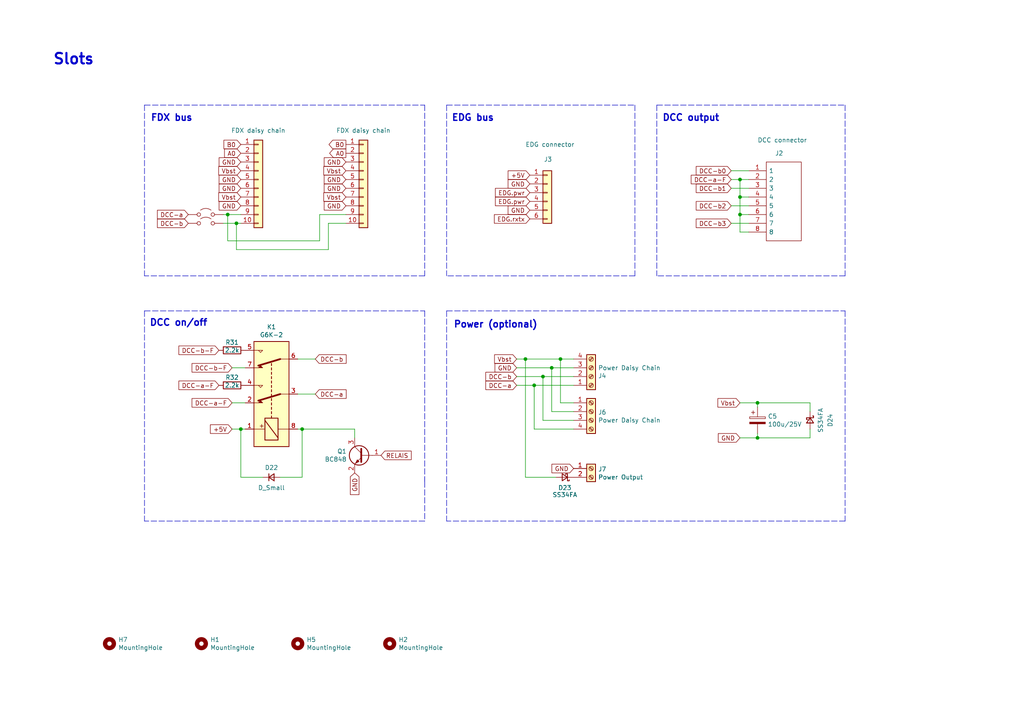
<source format=kicad_sch>
(kicad_sch (version 20250114) (generator "eeschema") (generator_version "9.0")
  (paper "A4")
  (title_block (title "RTB C13 Module") (date "2025-10-14") (rev "3") (company "Frank Schumacher") (comment 1 "Track Sensor"))
  (lib_symbols
    (symbol "Connector:Screw_Terminal_01x02" (pin_names (offset 1.016) (hide yes))
      (property "Reference" "J" (at 0 2.54 0))
      (property "Value" "Screw_Terminal_01x02" (at 0 -5.08 0))
      (symbol "Screw_Terminal_01x02_1_1"
        (rectangle (start -1.27 1.27) (end 1.27 -3.81) (stroke (width 0.254)) (fill (type background)))
        (polyline (pts (xy -0.5334 0.3302) (xy 0.3302 -0.508)) (stroke (width 0.1524)))
        (polyline (pts (xy -0.5334 -2.2098) (xy 0.3302 -3.048)) (stroke (width 0.1524)))
        (polyline (pts (xy -0.3556 0.508) (xy 0.508 -0.3302)) (stroke (width 0.1524)))
        (polyline (pts (xy -0.3556 -2.032) (xy 0.508 -2.8702)) (stroke (width 0.1524)))
        (circle (center 0 0) (radius 0.635) (stroke (width 0.1524)))
        (circle (center 0 -2.54) (radius 0.635) (stroke (width 0.1524)))
        (pin passive line (at -5.08 0 0) (length 3.81) (name "Pin_1") (number "1"))
        (pin passive line (at -5.08 -2.54 0) (length 3.81) (name "Pin_2") (number "2"))
      )
    )
    (symbol "Connector:Screw_Terminal_01x04" (pin_names (offset 1.016) (hide yes))
      (property "Reference" "J" (at 0 5.08 0))
      (property "Value" "Screw_Terminal_01x04" (at 0 -7.62 0))
      (symbol "Screw_Terminal_01x04_1_1"
        (rectangle (start -1.27 3.81) (end 1.27 -6.35) (stroke (width 0.254)) (fill (type background)))
        (polyline (pts (xy -0.5334 2.8702) (xy 0.3302 2.032)) (stroke (width 0.1524)))
        (polyline (pts (xy -0.5334 0.3302) (xy 0.3302 -0.508)) (stroke (width 0.1524)))
        (polyline (pts (xy -0.5334 -2.2098) (xy 0.3302 -3.048)) (stroke (width 0.1524)))
        (polyline (pts (xy -0.5334 -4.7498) (xy 0.3302 -5.588)) (stroke (width 0.1524)))
        (polyline (pts (xy -0.3556 3.048) (xy 0.508 2.2098)) (stroke (width 0.1524)))
        (polyline (pts (xy -0.3556 0.508) (xy 0.508 -0.3302)) (stroke (width 0.1524)))
        (polyline (pts (xy -0.3556 -2.032) (xy 0.508 -2.8702)) (stroke (width 0.1524)))
        (polyline (pts (xy -0.3556 -4.572) (xy 0.508 -5.4102)) (stroke (width 0.1524)))
        (circle (center 0 2.54) (radius 0.635) (stroke (width 0.1524)))
        (circle (center 0 0) (radius 0.635) (stroke (width 0.1524)))
        (circle (center 0 -2.54) (radius 0.635) (stroke (width 0.1524)))
        (circle (center 0 -5.08) (radius 0.635) (stroke (width 0.1524)))
        (pin passive line (at -5.08 2.54 0) (length 3.81) (name "Pin_1") (number "1"))
        (pin passive line (at -5.08 0 0) (length 3.81) (name "Pin_2") (number "2"))
        (pin passive line (at -5.08 -2.54 0) (length 3.81) (name "Pin_3") (number "3"))
        (pin passive line (at -5.08 -5.08 0) (length 3.81) (name "Pin_4") (number "4"))
      )
    )
    (symbol "Connector_Generic:Conn_01x06" (pin_names (offset 1.016) (hide yes))
      (property "Reference" "J" (at 0 7.62 0))
      (property "Value" "Conn_01x06" (at 0 -10.16 0))
      (symbol "Conn_01x06_1_1"
        (rectangle (start -1.27 6.35) (end 1.27 -8.89) (stroke (width 0.254)) (fill (type background)))
        (rectangle (start -1.27 5.207) (end 0 4.953) (stroke (width 0.1524)))
        (rectangle (start -1.27 2.667) (end 0 2.413) (stroke (width 0.1524)))
        (rectangle (start -1.27 0.127) (end 0 -0.127) (stroke (width 0.1524)))
        (rectangle (start -1.27 -2.413) (end 0 -2.667) (stroke (width 0.1524)))
        (rectangle (start -1.27 -4.953) (end 0 -5.207) (stroke (width 0.1524)))
        (rectangle (start -1.27 -7.493) (end 0 -7.747) (stroke (width 0.1524)))
        (pin passive line (at -5.08 5.08 0) (length 3.81) (name "Pin_1") (number "1"))
        (pin passive line (at -5.08 2.54 0) (length 3.81) (name "Pin_2") (number "2"))
        (pin passive line (at -5.08 0 0) (length 3.81) (name "Pin_3") (number "3"))
        (pin passive line (at -5.08 -2.54 0) (length 3.81) (name "Pin_4") (number "4"))
        (pin passive line (at -5.08 -5.08 0) (length 3.81) (name "Pin_5") (number "5"))
        (pin passive line (at -5.08 -7.62 0) (length 3.81) (name "Pin_6") (number "6"))
      )
    )
    (symbol "Connector_Generic:Conn_01x10" (pin_names (offset 1.016) (hide yes))
      (property "Reference" "J" (at 0 12.7 0))
      (property "Value" "Conn_01x10" (at 0 -15.24 0))
      (symbol "Conn_01x10_1_1"
        (rectangle (start -1.27 11.43) (end 1.27 -13.97) (stroke (width 0.254)) (fill (type background)))
        (rectangle (start -1.27 10.287) (end 0 10.033) (stroke (width 0.1524)))
        (rectangle (start -1.27 7.747) (end 0 7.493) (stroke (width 0.1524)))
        (rectangle (start -1.27 5.207) (end 0 4.953) (stroke (width 0.1524)))
        (rectangle (start -1.27 2.667) (end 0 2.413) (stroke (width 0.1524)))
        (rectangle (start -1.27 0.127) (end 0 -0.127) (stroke (width 0.1524)))
        (rectangle (start -1.27 -2.413) (end 0 -2.667) (stroke (width 0.1524)))
        (rectangle (start -1.27 -4.953) (end 0 -5.207) (stroke (width 0.1524)))
        (rectangle (start -1.27 -7.493) (end 0 -7.747) (stroke (width 0.1524)))
        (rectangle (start -1.27 -10.033) (end 0 -10.287) (stroke (width 0.1524)))
        (rectangle (start -1.27 -12.573) (end 0 -12.827) (stroke (width 0.1524)))
        (pin passive line (at -5.08 10.16 0) (length 3.81) (name "Pin_1") (number "1"))
        (pin passive line (at -5.08 7.62 0) (length 3.81) (name "Pin_2") (number "2"))
        (pin passive line (at -5.08 5.08 0) (length 3.81) (name "Pin_3") (number "3"))
        (pin passive line (at -5.08 2.54 0) (length 3.81) (name "Pin_4") (number "4"))
        (pin passive line (at -5.08 0 0) (length 3.81) (name "Pin_5") (number "5"))
        (pin passive line (at -5.08 -2.54 0) (length 3.81) (name "Pin_6") (number "6"))
        (pin passive line (at -5.08 -5.08 0) (length 3.81) (name "Pin_7") (number "7"))
        (pin passive line (at -5.08 -7.62 0) (length 3.81) (name "Pin_8") (number "8"))
        (pin passive line (at -5.08 -10.16 0) (length 3.81) (name "Pin_9") (number "9"))
        (pin passive line (at -5.08 -12.7 0) (length 3.81) (name "Pin_10") (number "10"))
      )
    )
    (symbol "Device:CP" (pin_numbers (hide yes)) (pin_names (offset 0.254))
      (property "Reference" "C" (at 0.635 2.54 0))
      (property "Value" "Device_CP" (at 0.635 -2.54 0))
      (symbol "CP_0_1"
        (rectangle (start -2.286 0.508) (end 2.286 1.016))
        (polyline (pts (xy -1.778 2.286) (xy -0.762 2.286)))
        (polyline (pts (xy -1.27 2.794) (xy -1.27 1.778)))
        (rectangle (start 2.286 -0.508) (end -2.286 -1.016) (fill (type outline)))
      )
      (symbol "CP_1_1"
        (pin passive line (at 0 3.81 270) (length 2.794) (name "~") (number "1"))
        (pin passive line (at 0 -3.81 90) (length 2.794) (name "~") (number "2"))
      )
    )
    (symbol "Device:D_Schottky_Small" (pin_numbers (hide yes)) (pin_names (offset 0.254) (hide yes))
      (property "Reference" "D" (at -1.27 2.032 0))
      (property "Value" "D_Schottky_Small" (at -7.112 -2.032 0))
      (symbol "D_Schottky_Small_0_1"
        (polyline (pts (xy -1.27 0.762) (xy -1.27 1.016) (xy -0.762 1.016) (xy -0.762 -1.016) (xy -0.254 -1.016) (xy -0.254 -0.762)) (stroke (width 0.254)))
        (polyline (pts (xy -0.762 0) (xy 0.762 0)))
        (polyline (pts (xy 0.762 -1.016) (xy -0.762 0) (xy 0.762 1.016) (xy 0.762 -1.016)) (stroke (width 0.254)))
      )
      (symbol "D_Schottky_Small_1_1"
        (pin passive line (at -2.54 0 0) (length 1.778) (name "K") (number "1"))
        (pin passive line (at 2.54 0 180) (length 1.778) (name "A") (number "2"))
      )
    )
    (symbol "Device:D_Small" (pin_numbers (hide yes)) (pin_names (offset 0.254) (hide yes))
      (property "Reference" "D" (at -1.27 2.032 0))
      (property "Value" "D_Small" (at -3.81 -2.032 0))
      (symbol "D_Small_0_1"
        (polyline (pts (xy -0.762 0) (xy 0.762 0)))
        (polyline (pts (xy -0.762 -1.016) (xy -0.762 1.016)) (stroke (width 0.254)))
        (polyline (pts (xy 0.762 -1.016) (xy -0.762 0) (xy 0.762 1.016) (xy 0.762 -1.016)) (stroke (width 0.254)))
      )
      (symbol "D_Small_1_1"
        (pin passive line (at -2.54 0 0) (length 1.778) (name "K") (number "1"))
        (pin passive line (at 2.54 0 180) (length 1.778) (name "A") (number "2"))
      )
    )
    (symbol "Device:R" (pin_numbers (hide yes)) (pin_names (offset 0))
      (property "Reference" "R" (at 2.032 0 90))
      (property "Value" "R" (at 0 0 90))
      (symbol "R_0_1"
        (rectangle (start -1.016 -2.54) (end 1.016 2.54) (stroke (width 0.254)))
      )
      (symbol "R_1_1"
        (pin passive line (at 0 3.81 270) (length 1.27) (name "~") (number "1"))
        (pin passive line (at 0 -3.81 90) (length 1.27) (name "~") (number "2"))
      )
    )
    (symbol "Jumper:Jumper_2_Open" (pin_numbers (hide yes)) (pin_names (offset 0) (hide yes))
      (property "Reference" "JP" (at 0 2.794 0))
      (property "Value" "Jumper_2_Open" (at 0 -2.286 0))
      (symbol "Jumper_2_Open_0_0"
        (circle (center -2.032 0) (radius 0.508))
        (circle (center 2.032 0) (radius 0.508))
      )
      (symbol "Jumper_2_Open_0_1"
        (arc (start -1.524 1.27) (mid 0 1.778) (end 1.524 1.27))
      )
      (symbol "Jumper_2_Open_1_1"
        (pin passive line (at -5.08 0 0) (length 2.54) (name "A") (number "1"))
        (pin passive line (at 5.08 0 180) (length 2.54) (name "B") (number "2"))
      )
    )
    (symbol "Mechanical:MountingHole" (pin_names (offset 1.016)) (in_bom no)
      (property "Reference" "H" (at 0 5.08 0))
      (property "Value" "MountingHole" (at 0 3.175 0))
      (symbol "MountingHole_0_1"
        (circle (center 0 0) (radius 1.27) (stroke (width 1.27)))
      )
    )
    (symbol "RTB:1725711" (pin_names (offset 0.762))
      (property "Reference" "J" (at 16.51 7.62 0))
      (property "Value" "1725711" (at 16.51 5.08 0))
      (symbol "1725711_0_0"
        (pin passive line (at 0 0 0) (length 5.08) (name "1") (number "1"))
        (pin passive line (at 0 -2.54 0) (length 5.08) (name "2") (number "2"))
        (pin passive line (at 0 -5.08 0) (length 5.08) (name "3") (number "3"))
        (pin passive line (at 0 -7.62 0) (length 5.08) (name "4") (number "4"))
        (pin passive line (at 0 -10.16 0) (length 5.08) (name "5") (number "5"))
        (pin passive line (at 0 -12.7 0) (length 5.08) (name "6") (number "6"))
        (pin passive line (at 0 -15.24 0) (length 5.08) (name "7") (number "7"))
        (pin passive line (at 0 -17.78 0) (length 5.08) (name "8") (number "8"))
      )
      (symbol "1725711_0_1"
        (polyline (pts (xy 5.08 2.54) (xy 15.24 2.54) (xy 15.24 -20.32) (xy 5.08 -20.32) (xy 5.08 2.54)) (stroke (width 0.1524)))
      )
    )
    (symbol "Relay:G6K-2"
      (property "Reference" "K" (at 16.51 3.81 0))
      (property "Value" "G6K-2" (at 16.51 1.27 0))
      (symbol "G6K-2_0_0"
        (text "+" (at -9.271 2.921 0) (effects (font (size 1.27 1.27))))
      )
      (symbol "G6K-2_0_1"
        (rectangle (start -15.24 5.08) (end 15.24 -5.08) (stroke (width 0.254)) (fill (type background)))
        (rectangle (start -13.335 1.905) (end -6.985 -1.905) (stroke (width 0.254)))
        (polyline (pts (xy -12.7 -1.905) (xy -7.62 1.905)) (stroke (width 0.254)))
        (polyline (pts (xy -10.16 5.08) (xy -10.16 1.905)))
        (polyline (pts (xy -10.16 -5.08) (xy -10.16 -1.905)))
        (polyline (pts (xy -6.985 0) (xy -6.35 0)) (stroke (width 0.254)))
        (polyline (pts (xy -5.715 0) (xy -5.08 0)) (stroke (width 0.254)))
        (polyline (pts (xy -4.445 0) (xy -3.81 0)) (stroke (width 0.254)))
        (polyline (pts (xy -3.175 0) (xy -2.54 0)) (stroke (width 0.254)))
        (polyline (pts (xy -2.54 5.08) (xy -2.54 2.54) (xy -1.905 3.175) (xy -2.54 3.81)) (fill (type outline)))
        (polyline (pts (xy -1.905 0) (xy -1.27 0)) (stroke (width 0.254)))
        (polyline (pts (xy -0.635 0) (xy 0 0)) (stroke (width 0.254)))
        (polyline (pts (xy 0 -2.54) (xy -1.905 3.81)) (stroke (width 0.508)))
        (polyline (pts (xy 0 -2.54) (xy 0 -5.08)))
        (polyline (pts (xy 0.635 0) (xy 1.27 0)) (stroke (width 0.254)))
        (polyline (pts (xy 1.905 0) (xy 2.54 0)) (stroke (width 0.254)))
        (polyline (pts (xy 2.54 5.08) (xy 2.54 2.54) (xy 1.905 3.175) (xy 2.54 3.81)))
        (polyline (pts (xy 3.175 0) (xy 3.81 0)) (stroke (width 0.254)))
        (polyline (pts (xy 4.445 0) (xy 5.08 0)) (stroke (width 0.254)))
        (polyline (pts (xy 5.715 0) (xy 6.35 0)) (stroke (width 0.254)))
        (polyline (pts (xy 6.985 0) (xy 7.62 0)) (stroke (width 0.254)))
        (polyline (pts (xy 7.62 5.08) (xy 7.62 2.54) (xy 8.255 3.175) (xy 7.62 3.81)) (fill (type outline)))
        (polyline (pts (xy 8.255 0) (xy 8.89 0)) (stroke (width 0.254)))
        (polyline (pts (xy 10.16 -2.54) (xy 8.255 3.81)) (stroke (width 0.508)))
        (polyline (pts (xy 10.16 -2.54) (xy 10.16 -5.08)))
        (polyline (pts (xy 12.7 5.08) (xy 12.7 2.54) (xy 12.065 3.175) (xy 12.7 3.81)))
      )
      (symbol "G6K-2_1_1"
        (pin passive line (at -10.16 7.62 270) (length 2.54) (name "~") (number "1"))
        (pin passive line (at -10.16 -7.62 90) (length 2.54) (name "~") (number "8"))
        (pin passive line (at -2.54 7.62 270) (length 2.54) (name "~") (number "2"))
        (pin passive line (at 0 -7.62 90) (length 2.54) (name "~") (number "3"))
        (pin passive line (at 2.54 7.62 270) (length 2.54) (name "~") (number "4"))
        (pin passive line (at 7.62 7.62 270) (length 2.54) (name "~") (number "7"))
        (pin passive line (at 10.16 -7.62 90) (length 2.54) (name "~") (number "6"))
        (pin passive line (at 12.7 7.62 270) (length 2.54) (name "~") (number "5"))
      )
    )
    (symbol "Transistor_BJT:BC848W" (pin_names (offset 0) (hide yes))
      (property "Reference" "Q" (at 5.08 1.905 0))
      (property "Value" "BC848W" (at 5.08 0 0))
      (symbol "BC848W_0_1"
        (polyline (pts (xy -2.54 0) (xy 0.635 0)))
        (polyline (pts (xy 0.635 1.905) (xy 0.635 -1.905)) (stroke (width 0.508)))
        (circle (center 1.27 0) (radius 2.8194) (stroke (width 0.254)))
      )
      (symbol "BC848W_1_1"
        (polyline (pts (xy 0.635 0.635) (xy 2.54 2.54)))
        (polyline (pts (xy 0.635 -0.635) (xy 2.54 -2.54)))
        (polyline (pts (xy 1.27 -1.778) (xy 1.778 -1.27) (xy 2.286 -2.286) (xy 1.27 -1.778)) (fill (type outline)))
        (pin input line (at -5.08 0 0) (length 2.54) (name "B") (number "1"))
        (pin passive line (at 2.54 5.08 270) (length 2.54) (name "C") (number "3"))
        (pin passive line (at 2.54 -5.08 90) (length 2.54) (name "E") (number "2"))
      )
    )
  )
  (text "Power (optional)" (at 143.764 94.234 0) (effects (font (size 1.905 1.905) (thickness 0.381) (bold yes))))
  (text "EDG bus" (at 137.16 34.29 0) (effects (font (size 1.905 1.905) (thickness 0.381) (bold yes))))
  (text "DCC output" (at 200.406 34.29 0) (effects (font (size 1.905 1.905) (thickness 0.381) (bold yes))))
  (text "FDX bus" (at 49.784 34.29 0) (effects (font (size 1.905 1.905) (thickness 0.381) (bold yes))))
  (text "Slots" (at 15.24 19.05 0) (effects (font (size 3.048 3.048) (thickness 0.5994) (bold yes)) (justify left bottom)))
  (text "DCC on/off" (at 51.816 93.726 0) (effects (font (size 1.905 1.905) (thickness 0.381) (bold yes))))
  (junction (at 157.48 109.22))
  (junction (at 219.71 127))
  (junction (at 219.71 116.84))
  (junction (at 66.04 62.23))
  (junction (at 160.02 106.68))
  (junction (at 162.56 104.14))
  (junction (at 214.63 57.15))
  (junction (at 214.63 62.23))
  (junction (at 152.4 104.14))
  (junction (at 87.63 124.46))
  (junction (at 69.85 124.46))
  (junction (at 154.94 111.76))
  (junction (at 68.58 64.77))
  (junction (at 214.63 52.07))
  (wire (pts (xy 162.56 116.84) (xy 166.37 116.84)))
  (wire (pts (xy 69.85 124.46) (xy 71.12 124.46)))
  (wire (pts (xy 149.86 111.76) (xy 154.94 111.76)))
  (wire (pts (xy 67.31 106.68) (xy 71.12 106.68)))
  (wire (pts (xy 87.63 124.46) (xy 102.87 124.46)))
  (polyline (pts (xy 245.11 30.48) (xy 245.11 80.01)) (stroke (width 0) (type dash)))
  (wire (pts (xy 92.71 62.23) (xy 100.33 62.23)))
  (polyline (pts (xy 123.19 30.48) (xy 123.19 80.01)) (stroke (width 0) (type dash)))
  (wire (pts (xy 69.85 138.43) (xy 76.2 138.43)))
  (wire (pts (xy 160.02 119.38) (xy 166.37 119.38)))
  (wire (pts (xy 214.63 52.07) (xy 217.17 52.07)))
  (wire (pts (xy 87.63 138.43) (xy 87.63 124.46)))
  (wire (pts (xy 234.95 116.84) (xy 234.95 119.38)))
  (wire (pts (xy 64.77 62.23) (xy 66.04 62.23)))
  (polyline (pts (xy 123.19 138.43) (xy 123.19 139.7)) (stroke (width 0) (type dash)))
  (polyline (pts (xy 123.19 151.13) (xy 41.91 151.13)) (stroke (width 0) (type dash)))
  (polyline (pts (xy 129.54 30.48) (xy 184.15 30.48)) (stroke (width 0) (type dash)))
  (wire (pts (xy 157.48 121.92) (xy 166.37 121.92)))
  (wire (pts (xy 152.4 104.14) (xy 162.56 104.14)))
  (wire (pts (xy 160.02 106.68) (xy 166.37 106.68)))
  (wire (pts (xy 219.71 116.84) (xy 234.95 116.84)))
  (polyline (pts (xy 184.15 30.48) (xy 184.15 80.01)) (stroke (width 0) (type dash)))
  (polyline (pts (xy 123.19 138.43) (xy 123.19 139.7)) (stroke (width 0) (type dash)))
  (wire (pts (xy 162.56 116.84) (xy 162.56 104.14)))
  (polyline (pts (xy 190.5 30.48) (xy 245.11 30.48)) (stroke (width 0) (type dash)))
  (wire (pts (xy 68.58 64.77) (xy 69.85 64.77)))
  (wire (pts (xy 219.71 127) (xy 219.71 125.73)))
  (wire (pts (xy 214.63 127) (xy 219.71 127)))
  (wire (pts (xy 214.63 62.23) (xy 217.17 62.23)))
  (wire (pts (xy 95.25 64.77) (xy 100.33 64.77)))
  (wire (pts (xy 66.04 62.23) (xy 69.85 62.23)))
  (wire (pts (xy 234.95 127) (xy 219.71 127)))
  (wire (pts (xy 92.71 69.85) (xy 92.71 62.23)))
  (polyline (pts (xy 245.11 151.13) (xy 129.54 151.13)) (stroke (width 0) (type dash)))
  (wire (pts (xy 154.94 111.76) (xy 166.37 111.76)))
  (wire (pts (xy 69.85 124.46) (xy 69.85 138.43)))
  (wire (pts (xy 162.56 104.14) (xy 166.37 104.14)))
  (polyline (pts (xy 123.19 90.17) (xy 123.19 139.7)) (stroke (width 0) (type dash)))
  (polyline (pts (xy 123.19 139.7) (xy 123.19 151.13)) (stroke (width 0) (type dash)))
  (wire (pts (xy 214.63 62.23) (xy 214.63 67.31)))
  (wire (pts (xy 68.58 72.39) (xy 95.25 72.39)))
  (polyline (pts (xy 184.15 80.01) (xy 129.54 80.01)) (stroke (width 0) (type dash)))
  (polyline (pts (xy 41.91 90.17) (xy 41.91 151.13)) (stroke (width 0) (type dash)))
  (wire (pts (xy 68.58 64.77) (xy 68.58 72.39)))
  (wire (pts (xy 217.17 49.53) (xy 212.09 49.53)))
  (wire (pts (xy 149.86 106.68) (xy 160.02 106.68)))
  (wire (pts (xy 149.86 104.14) (xy 152.4 104.14)))
  (wire (pts (xy 160.02 119.38) (xy 160.02 106.68)))
  (wire (pts (xy 67.31 124.46) (xy 69.85 124.46)))
  (wire (pts (xy 66.04 62.23) (xy 66.04 69.85)))
  (wire (pts (xy 95.25 72.39) (xy 95.25 64.77)))
  (wire (pts (xy 152.4 138.43) (xy 161.29 138.43)))
  (wire (pts (xy 149.86 109.22) (xy 157.48 109.22)))
  (wire (pts (xy 214.63 116.84) (xy 219.71 116.84)))
  (polyline (pts (xy 41.91 90.17) (xy 123.19 90.17)) (stroke (width 0) (type dash)))
  (wire (pts (xy 157.48 121.92) (xy 157.48 109.22)))
  (wire (pts (xy 214.63 67.31) (xy 217.17 67.31)))
  (wire (pts (xy 234.95 124.46) (xy 234.95 127)))
  (polyline (pts (xy 245.11 80.01) (xy 190.5 80.01)) (stroke (width 0) (type dash)))
  (polyline (pts (xy 245.11 90.17) (xy 245.11 151.13)) (stroke (width 0) (type dash)))
  (wire (pts (xy 66.04 69.85) (xy 92.71 69.85)))
  (polyline (pts (xy 129.54 30.48) (xy 129.54 80.01)) (stroke (width 0) (type dash)))
  (wire (pts (xy 214.63 57.15) (xy 217.17 57.15)))
  (wire (pts (xy 214.63 57.15) (xy 214.63 62.23)))
  (polyline (pts (xy 123.19 80.01) (xy 41.91 80.01)) (stroke (width 0) (type dash)))
  (wire (pts (xy 64.77 64.77) (xy 68.58 64.77)))
  (wire (pts (xy 212.09 52.07) (xy 214.63 52.07)))
  (wire (pts (xy 214.63 52.07) (xy 214.63 57.15)))
  (wire (pts (xy 86.36 104.14) (xy 91.44 104.14)))
  (wire (pts (xy 86.36 114.3) (xy 91.44 114.3)))
  (wire (pts (xy 154.94 124.46) (xy 166.37 124.46)))
  (polyline (pts (xy 129.54 90.17) (xy 245.11 90.17)) (stroke (width 0) (type dash)))
  (wire (pts (xy 152.4 138.43) (xy 152.4 104.14)))
  (wire (pts (xy 154.94 124.46) (xy 154.94 111.76)))
  (polyline (pts (xy 41.91 30.48) (xy 41.91 80.01)) (stroke (width 0) (type dash)))
  (wire (pts (xy 217.17 54.61) (xy 212.09 54.61)))
  (wire (pts (xy 102.87 124.46) (xy 102.87 127)))
  (wire (pts (xy 157.48 109.22) (xy 166.37 109.22)))
  (wire (pts (xy 81.28 138.43) (xy 87.63 138.43)))
  (polyline (pts (xy 41.91 30.48) (xy 123.19 30.48)) (stroke (width 0) (type dash)))
  (wire (pts (xy 217.17 64.77) (xy 212.09 64.77)))
  (polyline (pts (xy 129.54 90.17) (xy 129.54 151.13)) (stroke (width 0) (type dash)))
  (wire (pts (xy 219.71 116.84) (xy 219.71 118.11)))
  (wire (pts (xy 67.31 116.84) (xy 71.12 116.84)))
  (polyline (pts (xy 190.5 30.48) (xy 190.5 80.01)) (stroke (width 0) (type dash)))
  (wire (pts (xy 217.17 59.69) (xy 212.09 59.69)))
  (wire (pts (xy 87.63 124.46) (xy 86.36 124.46)))
  (global_label "Vbst" (shape input) (at 100.33 49.53 180) (property "Intersheetrefs" "${INTERSHEET_REFS}" (effects (hide yes))))
  (global_label "GND" (shape input) (at 214.63 127 180) (property "Intersheetrefs" "${INTERSHEET_REFS}" (effects (hide yes))))
  (global_label "DCC-b" (shape input) (at 91.44 104.14 0) (property "Intersheetrefs" "${INTERSHEET_REFS}" (effects (hide yes))))
  (global_label "Vbst" (shape input) (at 69.85 49.53 180) (property "Intersheetrefs" "${INTERSHEET_REFS}" (effects (hide yes))))
  (global_label "DCC-a" (shape input) (at 149.86 111.76 180) (property "Intersheetrefs" "${INTERSHEET_REFS}" (effects (hide yes))))
  (global_label "Vbst" (shape input) (at 149.86 104.14 180) (property "Intersheetrefs" "${INTERSHEET_REFS}" (effects (hide yes))))
  (global_label "B0" (shape input) (at 69.85 41.91 180) (property "Intersheetrefs" "${INTERSHEET_REFS}" (effects (hide yes))))
  (global_label "GND" (shape input) (at 100.33 52.07 180) (property "Intersheetrefs" "${INTERSHEET_REFS}" (effects (hide yes))))
  (global_label "DCC-b-F" (shape input) (at 67.31 106.68 180) (property "Intersheetrefs" "${INTERSHEET_REFS}" (effects (hide yes))))
  (global_label "B0" (shape output) (at 100.33 41.91 180) (property "Intersheetrefs" "${INTERSHEET_REFS}" (effects (hide yes))))
  (global_label "DCC-a-F" (shape input) (at 63.5 111.76 180) (property "Intersheetrefs" "${INTERSHEET_REFS}" (effects (hide yes))))
  (global_label "EDG.rxtx" (shape input) (at 153.67 63.5 180) (property "Intersheetrefs" "${INTERSHEET_REFS}" (effects (hide yes))))
  (global_label "GND" (shape input) (at 153.67 53.34 180) (property "Intersheetrefs" "${INTERSHEET_REFS}" (effects (hide yes))))
  (global_label "GND" (shape input) (at 100.33 59.69 180) (property "Intersheetrefs" "${INTERSHEET_REFS}" (effects (hide yes))))
  (global_label "DCC-a-F" (shape input) (at 67.31 116.84 180) (property "Intersheetrefs" "${INTERSHEET_REFS}" (effects (hide yes))))
  (global_label "DCC-a" (shape input) (at 54.61 62.23 180) (property "Intersheetrefs" "${INTERSHEET_REFS}" (effects (hide yes))))
  (global_label "A0" (shape output) (at 100.33 44.45 180) (property "Intersheetrefs" "${INTERSHEET_REFS}" (effects (hide yes))))
  (global_label "Vbst" (shape input) (at 69.85 57.15 180) (property "Intersheetrefs" "${INTERSHEET_REFS}" (effects (hide yes))))
  (global_label "DCC-b0" (shape input) (at 212.09 49.53 180) (property "Intersheetrefs" "${INTERSHEET_REFS}" (effects (hide yes))))
  (global_label "Vbst" (shape input) (at 214.63 116.84 180) (property "Intersheetrefs" "${INTERSHEET_REFS}" (effects (hide yes))))
  (global_label "A0" (shape input) (at 69.85 44.45 180) (property "Intersheetrefs" "${INTERSHEET_REFS}" (effects (hide yes))))
  (global_label "DCC-a" (shape input) (at 91.44 114.3 0) (property "Intersheetrefs" "${INTERSHEET_REFS}" (effects (hide yes))))
  (global_label "+5V" (shape input) (at 153.67 50.8 180) (property "Intersheetrefs" "${INTERSHEET_REFS}" (effects (hide yes))))
  (global_label "DCC-b3" (shape input) (at 212.09 64.77 180) (property "Intersheetrefs" "${INTERSHEET_REFS}" (effects (hide yes))))
  (global_label "DCC-b-F" (shape input) (at 63.5 101.6 180) (property "Intersheetrefs" "${INTERSHEET_REFS}" (effects (hide yes))))
  (global_label "GND" (shape input) (at 69.85 46.99 180) (property "Intersheetrefs" "${INTERSHEET_REFS}" (effects (hide yes))))
  (global_label "GND" (shape input) (at 149.86 106.68 180) (property "Intersheetrefs" "${INTERSHEET_REFS}" (effects (hide yes))))
  (global_label "DCC-b" (shape input) (at 149.86 109.22 180) (property "Intersheetrefs" "${INTERSHEET_REFS}" (effects (hide yes))))
  (global_label "DCC-a-F" (shape input) (at 212.09 52.07 180) (property "Intersheetrefs" "${INTERSHEET_REFS}" (effects (hide yes))))
  (global_label "+5V" (shape input) (at 67.31 124.46 180) (property "Intersheetrefs" "${INTERSHEET_REFS}" (effects (hide yes))))
  (global_label "GND" (shape input) (at 69.85 54.61 180) (property "Intersheetrefs" "${INTERSHEET_REFS}" (effects (hide yes))))
  (global_label "EDG.pwr" (shape input) (at 153.67 55.88 180) (property "Intersheetrefs" "${INTERSHEET_REFS}" (effects (hide yes))))
  (global_label "DCC-b" (shape input) (at 54.61 64.77 180) (property "Intersheetrefs" "${INTERSHEET_REFS}" (effects (hide yes))))
  (global_label "DCC-b1" (shape input) (at 212.09 54.61 180) (property "Intersheetrefs" "${INTERSHEET_REFS}" (effects (hide yes))))
  (global_label "Vbst" (shape input) (at 100.33 57.15 180) (property "Intersheetrefs" "${INTERSHEET_REFS}" (effects (hide yes))))
  (global_label "GND" (shape input) (at 100.33 54.61 180) (property "Intersheetrefs" "${INTERSHEET_REFS}" (effects (hide yes))))
  (global_label "GND" (shape input) (at 166.37 135.89 180) (property "Intersheetrefs" "${INTERSHEET_REFS}" (effects (hide yes))))
  (global_label "GND" (shape input) (at 102.87 137.16 270) (property "Intersheetrefs" "${INTERSHEET_REFS}" (effects (hide yes))))
  (global_label "GND" (shape input) (at 100.33 46.99 180) (property "Intersheetrefs" "${INTERSHEET_REFS}" (effects (hide yes))))
  (global_label "GND" (shape input) (at 153.67 60.96 180) (property "Intersheetrefs" "${INTERSHEET_REFS}" (effects (hide yes))))
  (global_label "DCC-b2" (shape input) (at 212.09 59.69 180) (property "Intersheetrefs" "${INTERSHEET_REFS}" (effects (hide yes))))
  (global_label "EDG.pwr" (shape input) (at 153.67 58.42 180) (property "Intersheetrefs" "${INTERSHEET_REFS}" (effects (hide yes))))
  (global_label "GND" (shape input) (at 69.85 52.07 180) (property "Intersheetrefs" "${INTERSHEET_REFS}" (effects (hide yes))))
  (global_label "RELAIS" (shape input) (at 110.49 132.08 0) (property "Intersheetrefs" "${INTERSHEET_REFS}" (effects (hide yes))))
  (global_label "GND" (shape input) (at 69.85 59.69 180) (property "Intersheetrefs" "${INTERSHEET_REFS}" (effects (hide yes))))
  (symbol (lib_id "Connector_Generic:Conn_01x10") (at 74.93 52.07 0) (unit 1) (in_bom no)
    (property "Reference" "C.0.0" (effects (hide yes)))
    (property "Value" "FDX daisy chain" (at 74.93 37.846 0))
    (property "Footprint" "Connector_IDC:IDC-Header_2x05_P2.54mm_Vertical" (effects (hide yes)))
  )
  (symbol (lib_id "Mechanical:MountingHole") (at 58.42 186.69 0) (unit 1) (in_bom no)
    (property "Reference" "H1" (at 60.96 185.5216 0) (effects (justify left)))
    (property "Value" "MountingHole" (at 60.96 187.833 0) (effects (justify left)))
    (property "Footprint" "MountingHole:MountingHole_3.2mm_M3_ISO7380_Pad" (effects (hide yes)))
  )
  (symbol (lib_id "Mechanical:MountingHole") (at 113.03 186.69 0) (unit 1) (in_bom no)
    (property "Reference" "H2" (at 115.57 185.5216 0) (effects (justify left)))
    (property "Value" "MountingHole" (at 115.57 187.833 0) (effects (justify left)))
    (property "Footprint" "MountingHole:MountingHole_3.2mm_M3_ISO7380_Pad" (effects (hide yes)))
  )
  (symbol (lib_id "Mechanical:MountingHole") (at 31.75 186.69 0) (unit 1) (in_bom no)
    (property "Reference" "H7" (at 34.29 185.5216 0) (effects (justify left)))
    (property "Value" "MountingHole" (at 34.29 187.833 0) (effects (justify left)))
    (property "Footprint" "MountingHole:MountingHole_3.2mm_M3_ISO7380_Pad" (effects (hide yes)))
  )
  (symbol (lib_id "Mechanical:MountingHole") (at 86.36 186.69 0) (unit 1) (in_bom no)
    (property "Reference" "H5" (at 88.9 185.5216 0) (effects (justify left)))
    (property "Value" "MountingHole" (at 88.9 187.833 0) (effects (justify left)))
    (property "Footprint" "MountingHole:MountingHole_3.2mm_M3_ISO7380_Pad" (effects (hide yes)))
  )
  (symbol (lib_id "RTB:1725711") (at 217.17 49.53 0) (unit 1) (in_bom no)
    (property "Reference" "J2" (at 224.79 44.45 0) (effects (justify left)))
    (property "Value" "DCC connector" (at 219.71 40.64 0) (effects (justify left)))
    (property "Footprint" "RTB:1725711" (effects (hide yes)))
  )
  (symbol (lib_id "Connector_Generic:Conn_01x06") (at 158.75 55.88 0) (unit 1) (in_bom no)
    (property "Reference" "J3" (at 157.734 46.228 0) (effects (justify left)))
    (property "Value" "EDG connector" (at 152.4 41.91 0) (effects (justify left)))
    (property "Footprint" "Connector_IDC:IDC-Header_2x03_P2.54mm_Vertical" (effects (hide yes)))
  )
  (symbol (lib_id "Relay:G6K-2") (at 78.74 114.3 90) (unit 1) (in_bom no)
    (property "Reference" "K1" (at 78.74 94.8182 90))
    (property "Value" "G6K-2" (at 78.74 97.1296 90))
    (property "Footprint" "Relay_SMD:Relay_DPDT_Omron_G6K-2F-Y" (effects (hide yes)))
    (property "Datasheet" "http://omronfs.omron.com/en_US/ecb/products/pdf/en-g6k.pdf" (effects (hide yes)))
  )
  (symbol (lib_id "Device:CP") (at 219.71 121.92 0) (unit 1) (in_bom no)
    (property "Reference" "C5" (at 222.7072 120.7516 0) (effects (justify left)))
    (property "Value" "100u/25V" (at 222.7072 123.063 0) (effects (justify left)))
    (property "Footprint" "Capacitor_THT:CP_Radial_D6.3mm_P2.50mm" (effects (hide yes)))
  )
  (symbol (lib_id "Device:D_Schottky_Small") (at 163.83 138.43 180) (unit 1)
    (property "Reference" "D23" (at 163.83 141.478 0))
    (property "Value" "SS34FA" (at 163.83 143.51 0))
    (property "Footprint" "Diode_SMD:D_SOD-123F" (effects (hide yes)))
    (property "Description" "-55℃~+125℃ 3A 40V 500uA@40V 550mV@3A 80A SOD-123F Schottky Diodes ROHS" (effects (hide yes)))
    (property "LCSC Part #" "C84632" (effects (hide yes)))
  )
  (symbol (lib_id "Device:D_Schottky_Small") (at 234.95 121.92 270) (unit 1)
    (property "Reference" "D24" (at 240.792 121.92 0))
    (property "Value" "SS34FA" (at 237.998 121.92 0))
    (property "Footprint" "Diode_SMD:D_SOD-123F" (effects (hide yes)))
    (property "Description" "-55℃~+125℃ 3A 40V 500uA@40V 550mV@3A 80A SOD-123F Schottky Diodes ROHS" (effects (hide yes)))
    (property "LCSC Part #" "C84632" (effects (hide yes)))
  )
  (symbol (lib_id "Device:D_Small") (at 78.74 138.43 0) (unit 1)
    (property "Reference" "D22" (at 78.74 135.636 0))
    (property "Value" "D_Small" (at 78.74 141.478 0))
    (property "Footprint" "Diode_SMD:D_SOD-323" (effects (hide yes)))
    (property "Description" "1A 25A 40V 600mV@1A SOD-323 Schottky Diodes ROHS" (effects (hide yes)))
    (property "LCSC Part #" "C191023" (effects (hide yes)))
  )
  (symbol (lib_id "Transistor_BJT:BC848W") (at 105.41 132.08 0) (mirror y) (unit 1)
    (property "Reference" "Q1" (at 100.5586 130.9116 0) (effects (justify left)))
    (property "Value" "BC848" (at 100.5586 133.223 0) (effects (justify left)))
    (property "Footprint" "Package_TO_SOT_SMD:SOT-323_SC-70" (effects (hide yes)))
    (property "Datasheet" "http://www.infineon.com/dgdl/Infineon-BC847SERIES_BC848SERIES_BC849SERIES_BC850SERIES-DS-v01_01-en.pdf?fileId=db3a304314dca389011541d4630a1657" (effects (hide yes)))
    (property "Description" "-65℃~+150℃ 100mA 100nA 200@2mA,5V 200MHz 200mW 250mV 30V NPN SOT-323 Bipolar (BJT) ROHS" (effects (hide yes)))
    (property "LCSC Part #" "C600677" (effects (hide yes)))
  )
  (symbol (lib_id "Connector_Generic:Conn_01x10") (at 105.41 52.07 0) (unit 1) (in_bom no)
    (property "Reference" "C.0.1" (effects (hide yes)))
    (property "Value" "FDX daisy chain" (at 105.41 37.846 0))
    (property "Footprint" "Connector_IDC:IDC-Header_2x05_P2.54mm_Vertical" (effects (hide yes)))
  )
  (symbol (lib_id "Connector:Screw_Terminal_01x04") (at 171.45 109.22 0) (mirror x) (unit 1) (in_bom no)
    (property "Reference" "J4" (at 173.482 109.0168 0) (effects (justify left)))
    (property "Value" "Power Daisy Chain" (at 173.482 106.7054 0) (effects (justify left)))
    (property "Footprint" "RTB:1725672" (effects (hide yes)))
  )
  (symbol (lib_id "Connector:Screw_Terminal_01x04") (at 171.45 119.38 0) (unit 1) (in_bom no)
    (property "Reference" "J6" (at 173.482 119.5832 0) (effects (justify left)))
    (property "Value" "Power Daisy Chain" (at 173.482 121.8946 0) (effects (justify left)))
    (property "Footprint" "RTB:1725672" (effects (hide yes)))
  )
  (symbol (lib_id "Jumper:Jumper_2_Open") (at 59.69 62.23 0) (mirror y) (unit 1) (in_bom no)
    (property "Reference" "JP3" (effects (hide yes)))
    (property "Value" "Jumper_2_Open" (effects (hide yes)))
    (property "Footprint" "Connector_PinHeader_2.54mm:PinHeader_1x02_P2.54mm_Vertical" (effects (hide yes)))
    (instances (project "" (path "" (reference "JP?") (unit 1)) (path "" (reference "JP3") (unit 1))))
  )
  (symbol (lib_id "Jumper:Jumper_2_Open") (at 59.69 64.77 0) (mirror y) (unit 1) (in_bom no)
    (property "Reference" "JP4" (effects (hide yes)))
    (property "Value" "Jumper_2_Open" (effects (hide yes)))
    (property "Footprint" "Connector_PinHeader_2.54mm:PinHeader_1x02_P2.54mm_Vertical" (effects (hide yes)))
    (instances (project "" (path "" (reference "JP?") (unit 1)) (path "" (reference "JP4") (unit 1))))
  )
  (symbol (lib_id "Connector:Screw_Terminal_01x02") (at 171.45 135.89 0) (unit 1) (in_bom no)
    (property "Reference" "J7" (at 173.482 136.0932 0) (effects (justify left)))
    (property "Value" "Power Output" (at 173.482 138.4046 0) (effects (justify left)))
    (property "Footprint" "RTB:1725656" (effects (hide yes)))
  )
  (symbol (lib_id "Device:R") (at 67.31 101.6 270) (unit 1)
    (property "Reference" "R31" (at 67.31 99.314 90))
    (property "Value" "2.2k" (at 67.31 101.6 90))
    (property "Footprint" "Resistor_SMD:R_0603_1608Metric" (effects (hide yes)))
    (property "Description" "-55℃~+155℃ 100mW 2.2kΩ 75V Thick Film Resistor ±1% ±100ppm/℃ 0603 Chip Resistor - Surface Mount ROHS" (effects (hide yes)))
    (property "LCSC Part #" "C4190" (effects (hide yes)))
  )
  (symbol (lib_id "Device:R") (at 67.31 111.76 270) (unit 1)
    (property "Reference" "R32" (at 67.31 109.474 90))
    (property "Value" "2.2k" (at 67.31 111.76 90))
    (property "Footprint" "Resistor_SMD:R_0603_1608Metric" (effects (hide yes)))
    (property "Description" "-55℃~+155℃ 100mW 2.2kΩ 75V Thick Film Resistor ±1% ±100ppm/℃ 0603 Chip Resistor - Surface Mount ROHS" (effects (hide yes)))
    (property "LCSC Part #" "C4190" (effects (hide yes)))
  )
)
</source>
